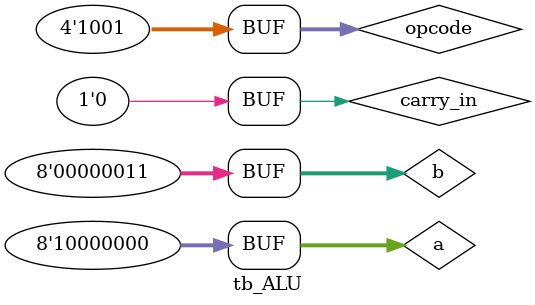
<source format=v>

module ALU
    // Parameters section
    #( parameter BUS_WIDTH = 8)
    // Ports section
    (input [BUS_WIDTH-1:0] a,
     input [BUS_WIDTH-1:0] b,
     input carry_in,
     input [3:0] opcode,
     output reg [BUS_WIDTH-1:0] y,
     output reg carry_out,
     output reg borrow,
     output zero,
     output parity,
     output reg invalid_op
    );
  
    // Define a list of opcodes
    localparam OP_ADD       = 1; // A + B
    localparam OP_ADD_CARRY = 2; // A + B + Carry
    localparam OP_SUB = 3;       // Subtract B from A
    localparam OP_INC = 4;       // Increment A
    localparam OP_DEC = 5;       // Decrement A
    localparam OP_AND = 6;       // Bitwise AND
    localparam OP_NOT = 7;       // Bitwise NOT
    localparam OP_ROL = 8;       // Rotate Left
    localparam OP_ROR = 9;       // Rotate Right  
  
    always @(*) begin
        y = 0; carry_out = 0; borrow = 0; invalid_op = 0;
        case (opcode)
            OP_ADD        :  begin y = a + b; end
            OP_ADD_CARRY  :  begin {carry_out, y} = a + b + carry_in; end
            OP_SUB        :  begin {borrow, y} = a - b; end
            OP_INC        :  begin {carry_out, y} = a + 1'b1; end
            OP_DEC        :  begin {borrow, y} = a - 1'b1; end
            OP_AND        :  begin y = a & b; end
            OP_NOT        :  begin y = ~a; end
            OP_ROL        :  begin y = {a[BUS_WIDTH-2:0], a[BUS_WIDTH-1]}; end
            OP_ROR        :  begin y = {a[0], a[BUS_WIDTH-1:1]}; end
            default: begin invalid_op = 1; y = 0; carry_out = 0; borrow = 0;  end
        endcase
    end
  
    assign parity = ^y;
    assign zero = (y == 0);
endmodule




`timescale 1us/1ns

module tb_ALU();
	
	// Testbench variables
    parameter BUS_WIDTH = 8;
    reg  [3:0] opcode;
    reg [BUS_WIDTH-1:0] a, b;
    reg carry_in;
    wire [BUS_WIDTH-1:0] y;
    wire carry_out;
    wire borrow;
    wire zero;
    wire parity;
    wire invalid_op;

    // Instantiate the DUT 
    ALU
    // Parameters section
    #(.BUS_WIDTH(BUS_WIDTH))
    ALU0
   (.a(a),
   .b(b),
   .carry_in(carry_in),
   .opcode(opcode),
   .y(y),
   .carry_out(carry_out),
   .borrow(borrow),
   .zero(zero),
   .parity,
   .invalid_op(invalid_op)
    );
  
    // Create stimulus
    initial begin
        $monitor($time, " opcode = %d, a = %d, b = %d, y = %d, carry_out=%b, borrow=%b, zero=%b, parity=%b, invalid_op=%b", 
	                  opcode, a, b, y, carry_out, borrow, zero, parity, invalid_op);
        #1; opcode = 0; // 
        // Test OP_ADD
        #1 opcode = 1; a = 9; b = 33; carry_in = 0; 
        // Test OP_ADD_CARRY
        #1 opcode = 2; a = 9; b = 33; carry_in = 1; 
        // Test OP_SUB
        #1 opcode = 3; a = 65; b = 64; carry_in = 0; 
        #1 opcode = 3; a = 65; b = 66; carry_in = 0; 
        // Test OP_INC
        #1 opcode = 4; a = 233; b = 69; carry_in = 1; 
        // Test OP_DEC
        #1 opcode = 5; a = 0; b = 3; carry_in = 0; 
        // Test OP_AND
        #1 opcode = 6; a = 8'b0000_0010; b = 8'b0000_0011; 
        // Test OP_NOT
        #1 opcode = 7; a = 8'b1111_1111;  
        // Test OP_ROL
        #1 opcode = 8; a = 8'b0000_0001; 
        // Test OP_ROR
        #1 opcode = 9; a = 8'b1000_0000;      
    end
  
endmodule 

</source>
